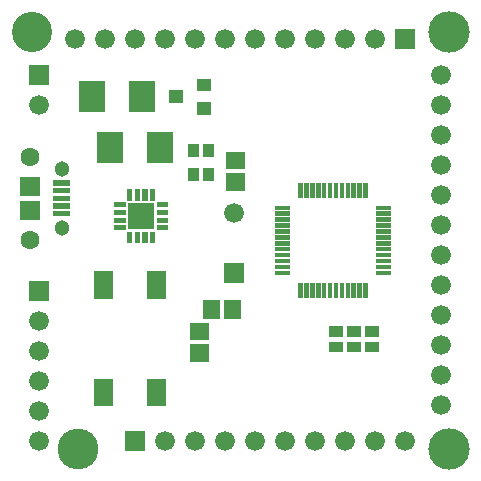
<source format=gts>
G04 start of page 9 for group -4063 idx -4063 *
G04 Title: (unknown), componentmask *
G04 Creator: pcb 20140316 *
G04 CreationDate: Sun 17 Jul 2016 04:20:40 PM GMT UTC *
G04 For: dev *
G04 Format: Gerber/RS-274X *
G04 PCB-Dimensions (mil): 1560.00 1560.00 *
G04 PCB-Coordinate-Origin: lower left *
%MOIN*%
%FSLAX25Y25*%
%LNTOPMASK*%
%ADD114R,0.0420X0.0420*%
%ADD113R,0.0355X0.0355*%
%ADD112R,0.0631X0.0631*%
%ADD111R,0.0180X0.0180*%
%ADD110R,0.0867X0.0867*%
%ADD109R,0.0651X0.0651*%
%ADD108R,0.0176X0.0176*%
%ADD107R,0.0572X0.0572*%
%ADD106R,0.0152X0.0152*%
%ADD105C,0.1361*%
%ADD104C,0.1341*%
%ADD103C,0.1381*%
%ADD102C,0.0513*%
%ADD101C,0.0631*%
%ADD100C,0.0660*%
%ADD99C,0.0001*%
G54D99*G36*
X72700Y70300D02*Y63700D01*
X79300D01*
Y70300D01*
X72700D01*
G37*
G54D100*X76000Y87000D03*
X83000Y11000D03*
X93000D03*
X103000D03*
X145000Y23000D03*
X113000Y11000D03*
X123000D03*
X133000D03*
X145000Y33000D03*
Y43000D03*
G54D99*G36*
X7700Y136300D02*Y129700D01*
X14300D01*
Y136300D01*
X7700D01*
G37*
G54D100*X11000Y123000D03*
X73000Y145000D03*
X63000D03*
X53000D03*
X43000D03*
X33000D03*
X23000D03*
G54D101*X8000Y105780D03*
G54D102*X18630Y101843D03*
G54D100*X145000Y53000D03*
Y63000D03*
Y73000D03*
Y83000D03*
Y93000D03*
Y103000D03*
Y113000D03*
Y123000D03*
Y133000D03*
G54D99*G36*
X129700Y148300D02*Y141700D01*
X136300D01*
Y148300D01*
X129700D01*
G37*
G54D100*X123000Y145000D03*
X113000D03*
X103000D03*
X93000D03*
X83000D03*
G54D99*G36*
X39700Y14300D02*Y7700D01*
X46300D01*
Y14300D01*
X39700D01*
G37*
G54D100*X53000Y11000D03*
X63000D03*
X73000D03*
G54D99*G36*
X7700Y64300D02*Y57700D01*
X14300D01*
Y64300D01*
X7700D01*
G37*
G54D101*X8000Y78220D03*
G54D102*X18630Y82157D03*
G54D100*X11000Y51000D03*
Y41000D03*
Y31000D03*
Y21000D03*
Y11000D03*
G54D103*X147500Y147500D03*
G54D104*X8500D03*
G54D103*X147500Y8500D03*
G54D105*X24000D03*
G54D106*X90496Y88827D02*X94039D01*
X90496Y86858D02*X94039D01*
X90496Y84890D02*X94039D01*
X90496Y82921D02*X94039D01*
X90496Y80953D02*X94039D01*
X90496Y78984D02*X94039D01*
X90496Y77016D02*X94039D01*
X90496Y75047D02*X94039D01*
X90496Y73079D02*X94039D01*
X90496Y71110D02*X94039D01*
X90496Y69142D02*X94039D01*
X90496Y67173D02*X94039D01*
X98173Y63039D02*Y59496D01*
X100142Y63039D02*Y59496D01*
X102110Y63039D02*Y59496D01*
X104079Y63039D02*Y59496D01*
X106047Y63039D02*Y59496D01*
X108016Y63039D02*Y59496D01*
X109984Y63039D02*Y59496D01*
X111953Y63039D02*Y59496D01*
X113921Y63039D02*Y59496D01*
X115890Y63039D02*Y59496D01*
X117858Y63039D02*Y59496D01*
X119827Y63039D02*Y59496D01*
G54D107*X68457Y55393D02*Y54607D01*
X75543Y55393D02*Y54607D01*
X64107Y40457D02*X64893D01*
X64107Y47543D02*X64893D01*
G54D106*X119827Y96504D02*Y92961D01*
X117858Y96504D02*Y92961D01*
X115890Y96504D02*Y92961D01*
X113921Y96504D02*Y92961D01*
X111953Y96504D02*Y92961D01*
X109984Y96504D02*Y92961D01*
X108016Y96504D02*Y92961D01*
X106047Y96504D02*Y92961D01*
X104079Y96504D02*Y92961D01*
X102110Y96504D02*Y92961D01*
X100142Y96504D02*Y92961D01*
X98173Y96504D02*Y92961D01*
G54D108*X51043Y82162D02*X53129D01*
X51043Y84721D02*X53129D01*
X36871Y87279D02*X38957D01*
X36871Y84721D02*X38957D01*
X36871Y82162D02*X38957D01*
G54D99*G36*
X40666Y90334D02*Y81666D01*
X49334D01*
Y90334D01*
X40666D01*
G37*
G54D108*X41162Y79957D02*Y77871D01*
X43721Y79957D02*Y77871D01*
X46279Y79957D02*Y77871D01*
X48838Y79957D02*Y77871D01*
X51043Y87279D02*X53129D01*
X51043Y89838D02*X53129D01*
X48838Y94129D02*Y92043D01*
X46279Y94129D02*Y92043D01*
X43721Y94129D02*Y92043D01*
X41162Y94129D02*Y92043D01*
X36871Y89838D02*X38957D01*
G54D109*X50110Y28677D02*Y25921D01*
Y64504D02*Y61748D01*
G54D110*X34733Y109787D02*Y108213D01*
G54D109*X32551Y28677D02*Y25921D01*
Y64504D02*Y61748D01*
G54D111*X16661Y97118D02*X20402D01*
X16661Y94559D02*X20402D01*
X16661Y92000D02*X20402D01*
X16661Y86882D02*X20402D01*
X16661Y89441D02*X20402D01*
G54D110*X28733Y126787D02*Y125213D01*
G54D112*X7803Y88063D02*X8000D01*
X7803Y95937D02*X8000D01*
G54D110*X51268Y109787D02*Y108213D01*
G54D113*X62441Y100492D02*Y99508D01*
X67559Y100492D02*Y99508D01*
X62441Y108492D02*Y107508D01*
X67559Y108492D02*Y107508D01*
G54D107*X76107Y104543D02*X76893D01*
X76107Y97457D02*X76893D01*
G54D110*X45268Y126787D02*Y125213D01*
G54D114*X56319Y125900D02*X56919D01*
X65700Y122000D02*X66300D01*
X65700Y129800D02*X66300D01*
G54D106*X123961Y67173D02*X127504D01*
X123961Y69142D02*X127504D01*
X123961Y71110D02*X127504D01*
X123961Y73079D02*X127504D01*
X123961Y75047D02*X127504D01*
X123961Y77016D02*X127504D01*
X123961Y78984D02*X127504D01*
X123961Y80953D02*X127504D01*
X123961Y82921D02*X127504D01*
X123961Y84890D02*X127504D01*
X123961Y86858D02*X127504D01*
X123961Y88827D02*X127504D01*
G54D113*X121508Y47559D02*X122492D01*
X115508D02*X116492D01*
X109508D02*X110492D01*
X115508Y42441D02*X116492D01*
X109508D02*X110492D01*
X121508D02*X122492D01*
M02*

</source>
